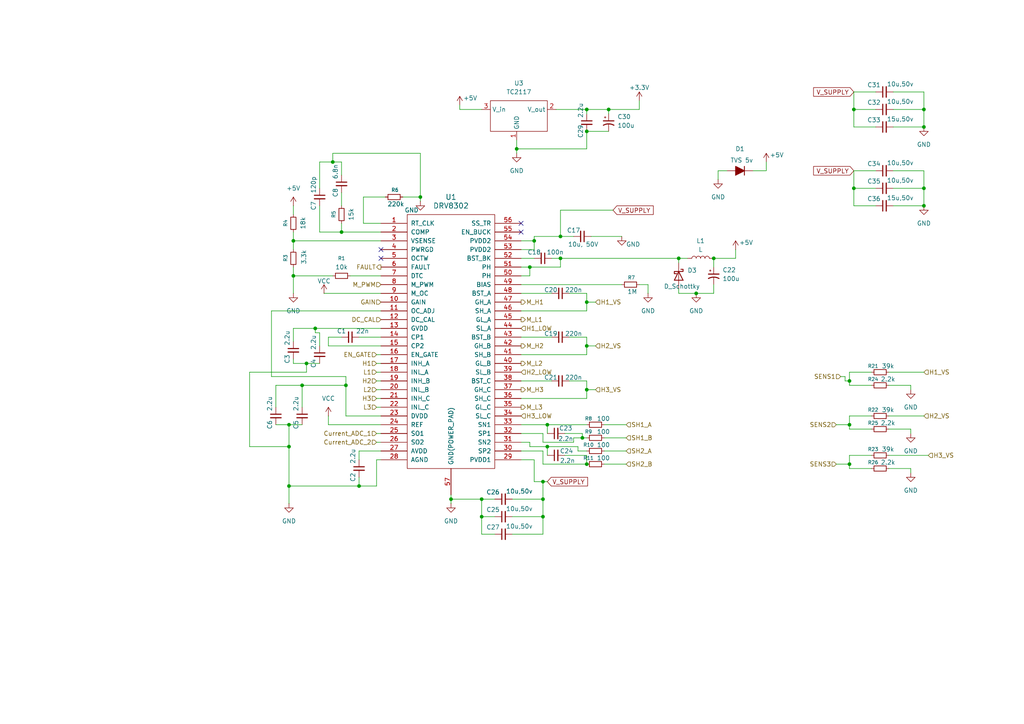
<source format=kicad_sch>
(kicad_sch (version 20250114) (generator "eeschema") (generator_version "9.0")
  (paper "A4")
  (lib_symbols
    (symbol "Device:C_Polarized_Small_US" (pin_numbers (hide yes)) (pin_names (offset 0.254) (hide yes))
      (property "Reference" "C" (at 0.254 1.778 0))
      (property "Value" "C_Polarized_Small_US" (at 0.254 -2.032 0))
      (symbol "C_Polarized_Small_US_0_1"
        (polyline (pts (xy -1.524 0.508) (xy 1.524 0.508)) (stroke (width 0.3048)))
        (polyline (pts (xy -1.27 1.524) (xy -0.762 1.524)))
        (polyline (pts (xy -1.016 1.27) (xy -1.016 1.778)))
        (arc (start -1.524 -0.762) (mid 0 -0.3734) (end 1.524 -0.762) (stroke (width 0.3048)))
      )
      (symbol "C_Polarized_Small_US_1_1"
        (pin passive line (at 0 2.54 270) (length 2.032) (name "~") (number "1"))
        (pin passive line (at 0 -2.54 90) (length 2.032) (name "~") (number "2"))
      )
    )
    (symbol "Device:C_Small" (pin_numbers (hide yes)) (pin_names (offset 0.254) (hide yes))
      (property "Reference" "C" (at 0.254 1.778 0))
      (property "Value" "C_Small" (at 0.254 -2.032 0))
      (symbol "C_Small_0_1"
        (polyline (pts (xy -1.524 0.508) (xy 1.524 0.508)) (stroke (width 0.3048)))
        (polyline (pts (xy -1.524 -0.508) (xy 1.524 -0.508)) (stroke (width 0.3302)))
      )
      (symbol "C_Small_1_1"
        (pin passive line (at 0 2.54 270) (length 2.032) (name "~") (number "1"))
        (pin passive line (at 0 -2.54 90) (length 2.032) (name "~") (number "2"))
      )
    )
    (symbol "Device:D_Filled" (pin_numbers (hide yes)) (pin_names (offset 1.016) (hide yes))
      (property "Reference" "D" (at 0 2.54 0))
      (property "Value" "D_Filled" (at 0 -2.54 0))
      (symbol "D_Filled_0_1"
        (polyline (pts (xy -1.27 1.27) (xy -1.27 -1.27)) (stroke (width 0.254)))
        (polyline (pts (xy 1.27 1.27) (xy 1.27 -1.27) (xy -1.27 0) (xy 1.27 1.27)) (stroke (width 0.254)) (fill (type outline)))
        (polyline (pts (xy 1.27 0) (xy -1.27 0)))
      )
      (symbol "D_Filled_1_1"
        (pin passive line (at -3.81 0 0) (length 2.54) (name "K") (number "1"))
        (pin passive line (at 3.81 0 180) (length 2.54) (name "A") (number "2"))
      )
    )
    (symbol "Device:D_Schottky" (pin_numbers (hide yes)) (pin_names (offset 1.016) (hide yes))
      (property "Reference" "D" (at 0 2.54 0))
      (property "Value" "D_Schottky" (at 0 -2.54 0))
      (symbol "D_Schottky_0_1"
        (polyline (pts (xy -1.905 0.635) (xy -1.905 1.27) (xy -1.27 1.27) (xy -1.27 -1.27) (xy -0.635 -1.27) (xy -0.635 -0.635)) (stroke (width 0.254)))
        (polyline (pts (xy 1.27 1.27) (xy 1.27 -1.27) (xy -1.27 0) (xy 1.27 1.27)) (stroke (width 0.254)))
        (polyline (pts (xy 1.27 0) (xy -1.27 0)))
      )
      (symbol "D_Schottky_1_1"
        (pin passive line (at -3.81 0 0) (length 2.54) (name "K") (number "1"))
        (pin passive line (at 3.81 0 180) (length 2.54) (name "A") (number "2"))
      )
    )
    (symbol "Device:L" (pin_numbers (hide yes)) (pin_names (offset 1.016) (hide yes))
      (property "Reference" "L" (at -1.27 0 90))
      (property "Value" "L" (at 1.905 0 90))
      (symbol "L_0_1"
        (arc (start 0 2.54) (mid 0.6323 1.905) (end 0 1.27))
        (arc (start 0 1.27) (mid 0.6323 0.635) (end 0 0))
        (arc (start 0 0) (mid 0.6323 -0.635) (end 0 -1.27))
        (arc (start 0 -1.27) (mid 0.6323 -1.905) (end 0 -2.54))
      )
      (symbol "L_1_1"
        (pin passive line (at 0 3.81 270) (length 1.27) (name "1") (number "1"))
        (pin passive line (at 0 -3.81 90) (length 1.27) (name "2") (number "2"))
      )
    )
    (symbol "Device:R_Small" (pin_numbers (hide yes)) (pin_names (offset 0.254) (hide yes))
      (property "Reference" "R" (at 0 0 90))
      (property "Value" "R_Small" (at 1.778 0 90))
      (symbol "R_Small_0_1"
        (rectangle (start -0.762 1.778) (end 0.762 -1.778) (stroke (width 0.2032)))
      )
      (symbol "R_Small_1_1"
        (pin passive line (at 0 2.54 270) (length 0.762) (name "~") (number "1"))
        (pin passive line (at 0 -2.54 90) (length 0.762) (name "~") (number "2"))
      )
    )
    (symbol "crf_1:DRV8302" (pin_names (offset 1.016))
      (property "Reference" "U" (at 0 38.1 0))
      (property "Value" "DRV8302" (at 7.62 -39.37 0))
      (symbol "DRV8302_0_1"
        (rectangle (start 12.7 -36.83) (end -12.7 36.83))
      )
      (symbol "DRV8302_1_0"
        (pin passive line (at 20.32 21.59 180) (length 7.62) (name "PH") (number "51"))
      )
      (symbol "DRV8302_1_1"
        (pin input line (at -20.32 34.29 0) (length 7.62) (name "RT_CLK") (number "1"))
        (pin output line (at -20.32 31.75 0) (length 7.62) (name "COMP") (number "2"))
        (pin input line (at -20.32 29.21 0) (length 7.62) (name "VSENSE") (number "3"))
        (pin input line (at -20.32 26.67 0) (length 7.62) (name "PWRGD") (number "4"))
        (pin output line (at -20.32 24.13 0) (length 7.62) (name "OCTW") (number "5"))
        (pin output line (at -20.32 21.59 0) (length 7.62) (name "FAULT") (number "6"))
        (pin input line (at -20.32 19.05 0) (length 7.62) (name "DTC") (number "7"))
        (pin input line (at -20.32 16.51 0) (length 7.62) (name "M_PWM") (number "8"))
        (pin input line (at -20.32 13.97 0) (length 7.62) (name "M_OC") (number "9"))
        (pin input line (at -20.32 11.43 0) (length 7.62) (name "GAIN") (number "10"))
        (pin input line (at -20.32 8.89 0) (length 7.62) (name "OC_ADJ") (number "11"))
        (pin input line (at -20.32 6.35 0) (length 7.62) (name "DC_CAL") (number "12"))
        (pin power_out line (at -20.32 3.81 0) (length 7.62) (name "GVDD") (number "13"))
        (pin power_out line (at -20.32 1.27 0) (length 7.62) (name "CP1") (number "14"))
        (pin power_out line (at -20.32 -1.27 0) (length 7.62) (name "CP2") (number "15"))
        (pin input line (at -20.32 -3.81 0) (length 7.62) (name "EN_GATE") (number "16"))
        (pin input line (at -20.32 -6.35 0) (length 7.62) (name "INH_A") (number "17"))
        (pin input line (at -20.32 -8.89 0) (length 7.62) (name "INL_A") (number "18"))
        (pin input line (at -20.32 -11.43 0) (length 7.62) (name "INH_B") (number "19"))
        (pin input line (at -20.32 -13.97 0) (length 7.62) (name "INL_B") (number "20"))
        (pin input line (at -20.32 -16.51 0) (length 7.62) (name "INH_C") (number "21"))
        (pin input line (at -20.32 -19.05 0) (length 7.62) (name "INL_C") (number "22"))
        (pin power_out line (at -20.32 -21.59 0) (length 7.62) (name "DVDD") (number "23"))
        (pin input line (at -20.32 -24.13 0) (length 7.62) (name "REF") (number "24"))
        (pin output line (at -20.32 -26.67 0) (length 7.62) (name "SO1") (number "25"))
        (pin output line (at -20.32 -29.21 0) (length 7.62) (name "SO2") (number "26"))
        (pin power_out line (at -20.32 -31.75 0) (length 7.62) (name "AVDD") (number "27"))
        (pin power_in line (at -20.32 -34.29 0) (length 7.62) (name "AGND") (number "28"))
        (pin power_in line (at 0 -44.45 90) (length 7.62) (name "GND(POWER_PAD)") (number "57"))
        (pin input line (at 20.32 34.29 180) (length 7.62) (name "SS_TR") (number "56"))
        (pin input line (at 20.32 31.75 180) (length 7.62) (name "EN_BUCK") (number "55"))
        (pin power_in line (at 20.32 29.21 180) (length 7.62) (name "PVDD2") (number "54"))
        (pin power_in line (at 20.32 26.67 180) (length 7.62) (name "PVDD2") (number "53"))
        (pin power_out line (at 20.32 24.13 180) (length 7.62) (name "BST_BK") (number "52"))
        (pin output line (at 20.32 19.05 180) (length 7.62) (name "PH") (number "50"))
        (pin input line (at 20.32 16.51 180) (length 7.62) (name "BIAS") (number "49"))
        (pin power_out line (at 20.32 13.97 180) (length 7.62) (name "BST_A") (number "48"))
        (pin output line (at 20.32 11.43 180) (length 7.62) (name "GH_A") (number "47"))
        (pin input line (at 20.32 8.89 180) (length 7.62) (name "SH_A") (number "46"))
        (pin output line (at 20.32 6.35 180) (length 7.62) (name "GL_A") (number "45"))
        (pin input line (at 20.32 3.81 180) (length 7.62) (name "SL_A") (number "44"))
        (pin power_out line (at 20.32 1.27 180) (length 7.62) (name "BST_B") (number "43"))
        (pin output line (at 20.32 -1.27 180) (length 7.62) (name "GH_B") (number "42"))
        (pin input line (at 20.32 -3.81 180) (length 7.62) (name "SH_B") (number "41"))
        (pin output line (at 20.32 -6.35 180) (length 7.62) (name "GL_B") (number "40"))
        (pin input line (at 20.32 -8.89 180) (length 7.62) (name "SL_B") (number "39"))
        (pin power_out line (at 20.32 -11.43 180) (length 7.62) (name "BST_C") (number "38"))
        (pin output line (at 20.32 -13.97 180) (length 7.62) (name "GH_C") (number "37"))
        (pin input line (at 20.32 -16.51 180) (length 7.62) (name "SH_C") (number "36"))
        (pin output line (at 20.32 -19.05 180) (length 7.62) (name "GL_C") (number "35"))
        (pin input line (at 20.32 -21.59 180) (length 7.62) (name "SL_C") (number "34"))
        (pin input line (at 20.32 -24.13 180) (length 7.62) (name "SN1") (number "33"))
        (pin input line (at 20.32 -26.67 180) (length 7.62) (name "SP1") (number "32"))
        (pin input line (at 20.32 -29.21 180) (length 7.62) (name "SN2") (number "31"))
        (pin input line (at 20.32 -31.75 180) (length 7.62) (name "SP2") (number "30"))
        (pin power_in line (at 20.32 -34.29 180) (length 7.62) (name "PVDD1") (number "29"))
      )
    )
    (symbol "my_library:TC2117"
      (property "Reference" "U" (at 4.572 3.81 0))
      (property "Value" "TC2117" (at 4.318 1.524 0))
      (symbol "TC2117_1_1"
        (rectangle (start -3.81 2.54) (end 12.7 -6.35))
        (pin input line (at -6.35 0 0) (length 2.54) (name "V_in") (number "3"))
        (pin input line (at 3.81 -8.89 90) (length 2.54) (name "GND") (number "1"))
        (pin output line (at 15.24 0 180) (length 2.54) (name "V_out") (number "2"))
      )
    )
    (symbol "power:+3.3V" (power) (pin_numbers (hide yes)) (pin_names (offset 0) (hide yes))
      (property "Value" "+3.3V" (at 0 3.556 0))
      (symbol "+3.3V_0_1"
        (polyline (pts (xy -0.762 1.27) (xy 0 2.54)))
        (polyline (pts (xy 0 2.54) (xy 0.762 1.27)))
        (polyline (pts (xy 0 0) (xy 0 2.54)))
      )
      (symbol "+3.3V_1_1"
        (pin power_in line (at 0 0 90) (length 0) (name "~") (number "1"))
      )
    )
    (symbol "power:+5V" (power) (pin_numbers (hide yes)) (pin_names (offset 0) (hide yes))
      (property "Value" "+5V" (at 0 3.556 0))
      (symbol "+5V_0_1"
        (polyline (pts (xy -0.762 1.27) (xy 0 2.54)))
        (polyline (pts (xy 0 2.54) (xy 0.762 1.27)))
        (polyline (pts (xy 0 0) (xy 0 2.54)))
      )
      (symbol "+5V_1_1"
        (pin power_in line (at 0 0 90) (length 0) (name "~") (number "1"))
      )
    )
    (symbol "power:GND" (power) (pin_numbers (hide yes)) (pin_names (offset 0) (hide yes))
      (property "Value" "GND" (at 0 -3.81 0))
      (symbol "GND_0_1"
        (polyline (pts (xy 0 0) (xy 0 -1.27) (xy 1.27 -1.27) (xy 0 -2.54) (xy -1.27 -1.27) (xy 0 -1.27)))
      )
      (symbol "GND_1_1"
        (pin power_in line (at 0 0 270) (length 0) (name "~") (number "1"))
      )
    )
    (symbol "power:VCC" (power) (pin_numbers (hide yes)) (pin_names (offset 0) (hide yes))
      (property "Value" "VCC" (at 0 3.556 0))
      (symbol "VCC_0_1"
        (polyline (pts (xy -0.762 1.27) (xy 0 2.54)))
        (polyline (pts (xy 0 2.54) (xy 0.762 1.27)))
        (polyline (pts (xy 0 0) (xy 0 2.54)))
      )
      (symbol "VCC_1_1"
        (pin power_in line (at 0 0 90) (length 0) (name "~") (number "1"))
      )
    )
  )
  (junction (at 267.97 31.75))
  (junction (at 247.65 31.75))
  (junction (at 162.56 68.58))
  (junction (at 85.09 69.85))
  (junction (at 157.48 144.78))
  (junction (at 158.75 129.54))
  (junction (at 170.18 113.03))
  (junction (at 153.67 77.47))
  (junction (at 130.81 144.78))
  (junction (at 83.82 129.54))
  (junction (at 176.53 31.75))
  (junction (at 246.38 134.62))
  (junction (at 196.85 74.93))
  (junction (at 104.14 140.97))
  (junction (at 170.18 87.63))
  (junction (at 267.97 59.69))
  (junction (at 170.18 31.75))
  (junction (at 139.7 144.78))
  (junction (at 170.18 134.62))
  (junction (at 246.38 123.19))
  (junction (at 247.65 54.61))
  (junction (at 88.9 105.41))
  (junction (at 201.93 85.09))
  (junction (at 83.82 123.19))
  (junction (at 121.92 57.15))
  (junction (at 157.48 139.7))
  (junction (at 170.18 38.1))
  (junction (at 83.82 140.97))
  (junction (at 162.56 74.93))
  (junction (at 267.97 36.83))
  (junction (at 139.7 149.86))
  (junction (at 158.75 123.19))
  (junction (at 91.44 95.25))
  (junction (at 100.33 111.76))
  (junction (at 96.52 46.99))
  (junction (at 154.94 69.85))
  (junction (at 170.18 100.33))
  (junction (at 157.48 149.86))
  (junction (at 246.38 110.49))
  (junction (at 87.63 111.76))
  (junction (at 99.06 67.31))
  (junction (at 207.01 74.93))
  (junction (at 267.97 54.61))
  (junction (at 168.91 127))
  (junction (at 85.09 80.01))
  (junction (at 149.86 43.18))
  (no_connect (at 151.13 64.77))
  (no_connect (at 110.49 72.39))
  (no_connect (at 151.13 67.31))
  (no_connect (at 110.49 74.93))
  (wire (pts (xy 168.91 127) (xy 166.37 127)))
  (wire (pts (xy 149.86 43.18) (xy 170.18 43.18)))
  (wire (pts (xy 78.74 90.17) (xy 110.49 90.17)))
  (wire (pts (xy 143.51 149.86) (xy 139.7 149.86)))
  (wire (pts (xy 83.82 140.97) (xy 104.14 140.97)))
  (wire (pts (xy 185.42 31.75) (xy 176.53 31.75)))
  (wire (pts (xy 242.57 134.62) (xy 246.38 134.62)))
  (wire (pts (xy 176.53 31.75) (xy 170.18 31.75)))
  (wire (pts (xy 246.38 124.46) (xy 252.73 124.46)))
  (wire (pts (xy 104.14 138.43) (xy 104.14 140.97)))
  (wire (pts (xy 257.81 120.65) (xy 267.97 120.65)))
  (wire (pts (xy 85.09 69.85) (xy 110.49 69.85)))
  (wire (pts (xy 139.7 149.86) (xy 139.7 144.78)))
  (wire (pts (xy 207.01 82.55) (xy 207.01 85.09)))
  (wire (pts (xy 246.38 134.62) (xy 246.38 135.89)))
  (wire (pts (xy 176.53 33.02) (xy 176.53 31.75)))
  (wire (pts (xy 153.67 128.27) (xy 151.13 128.27)))
  (wire (pts (xy 243.84 109.22) (xy 245.11 109.22)))
  (wire (pts (xy 96.52 80.01) (xy 85.09 80.01)))
  (wire (pts (xy 254 26.67) (xy 247.65 26.67)))
  (wire (pts (xy 157.48 128.27) (xy 157.48 125.73)))
  (wire (pts (xy 151.13 133.35) (xy 154.94 133.35)))
  (wire (pts (xy 154.94 68.58) (xy 162.56 68.58)))
  (wire (pts (xy 259.08 49.53) (xy 267.97 49.53)))
  (wire (pts (xy 85.09 95.25) (xy 85.09 99.06)))
  (wire (pts (xy 247.65 59.69) (xy 247.65 54.61)))
  (wire (pts (xy 170.18 127) (xy 168.91 127)))
  (wire (pts (xy 170.18 102.87) (xy 170.18 100.33)))
  (wire (pts (xy 154.94 133.35) (xy 154.94 139.7)))
  (wire (pts (xy 247.65 26.67) (xy 247.65 31.75)))
  (wire (pts (xy 104.14 130.81) (xy 110.49 130.81)))
  (wire (pts (xy 247.65 31.75) (xy 254 31.75)))
  (wire (pts (xy 213.36 72.39) (xy 213.36 74.93)))
  (wire (pts (xy 121.92 44.45) (xy 121.92 57.15)))
  (wire (pts (xy 110.49 105.41) (xy 109.22 105.41)))
  (wire (pts (xy 170.18 31.75) (xy 170.18 33.02)))
  (wire (pts (xy 110.49 113.03) (xy 109.22 113.03)))
  (wire (pts (xy 148.59 144.78) (xy 157.48 144.78)))
  (wire (pts (xy 151.13 69.85) (xy 154.94 69.85)))
  (wire (pts (xy 110.49 107.95) (xy 109.22 107.95)))
  (wire (pts (xy 267.97 26.67) (xy 267.97 31.75)))
  (wire (pts (xy 99.06 55.88) (xy 99.06 59.69)))
  (wire (pts (xy 170.18 38.1) (xy 176.53 38.1)))
  (wire (pts (xy 162.56 60.96) (xy 162.56 68.58)))
  (wire (pts (xy 96.52 46.99) (xy 92.71 46.99)))
  (wire (pts (xy 158.75 129.54) (xy 153.67 129.54)))
  (wire (pts (xy 95.25 123.19) (xy 95.25 120.65)))
  (wire (pts (xy 170.18 90.17) (xy 170.18 87.63)))
  (wire (pts (xy 161.29 31.75) (xy 170.18 31.75)))
  (wire (pts (xy 151.13 82.55) (xy 180.34 82.55)))
  (wire (pts (xy 99.06 67.31) (xy 110.49 67.31)))
  (wire (pts (xy 139.7 154.94) (xy 139.7 149.86)))
  (wire (pts (xy 88.9 105.41) (xy 88.9 107.95)))
  (wire (pts (xy 80.01 111.76) (xy 80.01 118.11)))
  (wire (pts (xy 95.25 123.19) (xy 110.49 123.19)))
  (wire (pts (xy 187.96 82.55) (xy 187.96 85.09)))
  (wire (pts (xy 110.49 64.77) (xy 105.41 64.77)))
  (wire (pts (xy 171.45 68.58) (xy 180.34 68.58)))
  (wire (pts (xy 267.97 31.75) (xy 259.08 31.75)))
  (wire (pts (xy 153.67 129.54) (xy 153.67 128.27)))
  (wire (pts (xy 162.56 68.58) (xy 166.37 68.58)))
  (wire (pts (xy 83.82 129.54) (xy 83.82 140.97)))
  (wire (pts (xy 157.48 149.86) (xy 157.48 144.78)))
  (wire (pts (xy 87.63 111.76) (xy 80.01 111.76)))
  (wire (pts (xy 167.64 130.81) (xy 167.64 129.54)))
  (wire (pts (xy 254 36.83) (xy 247.65 36.83)))
  (wire (pts (xy 85.09 104.14) (xy 85.09 105.41)))
  (wire (pts (xy 267.97 36.83) (xy 267.97 31.75)))
  (wire (pts (xy 149.86 43.18) (xy 149.86 44.45)))
  (wire (pts (xy 104.14 97.79) (xy 110.49 97.79)))
  (wire (pts (xy 246.38 135.89) (xy 252.73 135.89)))
  (wire (pts (xy 170.18 134.62) (xy 157.48 134.62)))
  (wire (pts (xy 83.82 123.19) (xy 87.63 123.19)))
  (wire (pts (xy 267.97 54.61) (xy 259.08 54.61)))
  (wire (pts (xy 208.28 49.53) (xy 208.28 52.07)))
  (wire (pts (xy 175.26 134.62) (xy 181.61 134.62)))
  (wire (pts (xy 247.65 36.83) (xy 247.65 31.75)))
  (wire (pts (xy 133.35 31.75) (xy 133.35 30.48)))
  (wire (pts (xy 257.81 135.89) (xy 264.16 135.89)))
  (wire (pts (xy 170.18 38.1) (xy 170.18 43.18)))
  (wire (pts (xy 85.09 59.69) (xy 85.09 62.23)))
  (wire (pts (xy 99.06 64.77) (xy 99.06 67.31)))
  (wire (pts (xy 101.6 80.01) (xy 110.49 80.01)))
  (wire (pts (xy 93.98 85.09) (xy 110.49 85.09)))
  (wire (pts (xy 110.49 120.65) (xy 100.33 120.65)))
  (wire (pts (xy 85.09 69.85) (xy 85.09 72.39)))
  (wire (pts (xy 78.74 90.17) (xy 78.74 109.22)))
  (wire (pts (xy 259.08 36.83) (xy 267.97 36.83)))
  (wire (pts (xy 246.38 123.19) (xy 246.38 124.46)))
  (wire (pts (xy 83.82 146.05) (xy 83.82 140.97)))
  (wire (pts (xy 246.38 132.08) (xy 246.38 134.62)))
  (wire (pts (xy 96.52 44.45) (xy 121.92 44.45)))
  (wire (pts (xy 185.42 29.21) (xy 185.42 31.75)))
  (wire (pts (xy 110.49 133.35) (xy 109.22 133.35)))
  (wire (pts (xy 110.49 110.49) (xy 109.22 110.49)))
  (wire (pts (xy 264.16 111.76) (xy 264.16 113.03)))
  (wire (pts (xy 95.25 100.33) (xy 95.25 97.79)))
  (wire (pts (xy 170.18 130.81) (xy 167.64 130.81)))
  (wire (pts (xy 92.71 67.31) (xy 99.06 67.31)))
  (wire (pts (xy 96.52 46.99) (xy 96.52 44.45)))
  (wire (pts (xy 154.94 69.85) (xy 154.94 68.58)))
  (wire (pts (xy 148.59 149.86) (xy 157.48 149.86)))
  (wire (pts (xy 88.9 107.95) (xy 72.39 107.95)))
  (wire (pts (xy 163.83 132.08) (xy 170.18 132.08)))
  (wire (pts (xy 170.18 100.33) (xy 170.18 97.79)))
  (wire (pts (xy 175.26 130.81) (xy 181.61 130.81)))
  (wire (pts (xy 157.48 154.94) (xy 157.48 149.86)))
  (wire (pts (xy 99.06 46.99) (xy 96.52 46.99)))
  (wire (pts (xy 83.82 123.19) (xy 80.01 123.19)))
  (wire (pts (xy 246.38 107.95) (xy 246.38 110.49)))
  (wire (pts (xy 267.97 49.53) (xy 267.97 54.61)))
  (wire (pts (xy 170.18 115.57) (xy 170.18 113.03)))
  (wire (pts (xy 148.59 154.94) (xy 157.48 154.94)))
  (wire (pts (xy 99.06 46.99) (xy 99.06 50.8)))
  (wire (pts (xy 149.86 40.64) (xy 149.86 43.18)))
  (wire (pts (xy 162.56 74.93) (xy 196.85 74.93)))
  (wire (pts (xy 87.63 111.76) (xy 87.63 118.11)))
  (wire (pts (xy 177.8 60.96) (xy 162.56 60.96)))
  (wire (pts (xy 154.94 139.7) (xy 157.48 139.7)))
  (wire (pts (xy 166.37 127) (xy 166.37 128.27)))
  (wire (pts (xy 170.18 100.33) (xy 172.72 100.33)))
  (wire (pts (xy 168.91 127) (xy 168.91 125.73)))
  (wire (pts (xy 247.65 49.53) (xy 247.65 54.61)))
  (wire (pts (xy 151.13 85.09) (xy 160.02 85.09)))
  (wire (pts (xy 207.01 74.93) (xy 213.36 74.93)))
  (wire (pts (xy 170.18 132.08) (xy 170.18 134.62)))
  (wire (pts (xy 151.13 77.47) (xy 153.67 77.47)))
  (wire (pts (xy 151.13 123.19) (xy 158.75 123.19)))
  (wire (pts (xy 85.09 77.47) (xy 85.09 80.01)))
  (wire (pts (xy 88.9 105.41) (xy 92.71 105.41)))
  (wire (pts (xy 110.49 115.57) (xy 109.22 115.57)))
  (wire (pts (xy 269.24 132.08) (xy 257.81 132.08)))
  (wire (pts (xy 196.85 74.93) (xy 196.85 76.2)))
  (wire (pts (xy 158.75 123.19) (xy 170.18 123.19)))
  (wire (pts (xy 116.84 57.15) (xy 121.92 57.15)))
  (wire (pts (xy 109.22 140.97) (xy 104.14 140.97)))
  (wire (pts (xy 130.81 143.51) (xy 130.81 144.78)))
  (wire (pts (xy 166.37 128.27) (xy 157.48 128.27)))
  (wire (pts (xy 151.13 74.93) (xy 154.94 74.93)))
  (wire (pts (xy 245.11 109.22) (xy 245.11 110.49)))
  (wire (pts (xy 196.85 85.09) (xy 196.85 83.82)))
  (wire (pts (xy 259.08 26.67) (xy 267.97 26.67)))
  (wire (pts (xy 158.75 129.54) (xy 158.75 132.08)))
  (wire (pts (xy 78.74 109.22) (xy 100.33 109.22)))
  (wire (pts (xy 207.01 77.47) (xy 207.01 74.93)))
  (wire (pts (xy 139.7 144.78) (xy 143.51 144.78)))
  (wire (pts (xy 157.48 125.73) (xy 151.13 125.73)))
  (wire (pts (xy 170.18 87.63) (xy 170.18 85.09)))
  (wire (pts (xy 72.39 107.95) (xy 72.39 129.54)))
  (wire (pts (xy 91.44 95.25) (xy 91.44 96.52)))
  (wire (pts (xy 85.09 80.01) (xy 85.09 85.09)))
  (wire (pts (xy 151.13 102.87) (xy 170.18 102.87)))
  (wire (pts (xy 121.92 57.15) (xy 121.92 58.42)))
  (wire (pts (xy 130.81 144.78) (xy 139.7 144.78)))
  (wire (pts (xy 157.48 134.62) (xy 157.48 130.81)))
  (wire (pts (xy 105.41 57.15) (xy 111.76 57.15)))
  (wire (pts (xy 100.33 109.22) (xy 100.33 111.76)))
  (wire (pts (xy 264.16 124.46) (xy 264.16 125.73)))
  (wire (pts (xy 110.49 102.87) (xy 109.22 102.87)))
  (wire (pts (xy 247.65 54.61) (xy 254 54.61)))
  (wire (pts (xy 201.93 85.09) (xy 207.01 85.09)))
  (wire (pts (xy 257.81 124.46) (xy 264.16 124.46)))
  (wire (pts (xy 92.71 59.69) (xy 92.71 67.31)))
  (wire (pts (xy 104.14 133.35) (xy 104.14 130.81)))
  (wire (pts (xy 170.18 113.03) (xy 172.72 113.03)))
  (wire (pts (xy 257.81 107.95) (xy 267.97 107.95)))
  (wire (pts (xy 259.08 59.69) (xy 267.97 59.69)))
  (wire (pts (xy 170.18 97.79) (xy 165.1 97.79)))
  (wire (pts (xy 72.39 129.54) (xy 83.82 129.54)))
  (wire (pts (xy 254 59.69) (xy 247.65 59.69)))
  (wire (pts (xy 167.64 129.54) (xy 158.75 129.54)))
  (wire (pts (xy 158.75 123.19) (xy 158.75 125.73)))
  (wire (pts (xy 246.38 120.65) (xy 246.38 123.19)))
  (wire (pts (xy 130.81 144.78) (xy 130.81 146.05)))
  (wire (pts (xy 139.7 31.75) (xy 133.35 31.75)))
  (wire (pts (xy 85.09 105.41) (xy 88.9 105.41)))
  (wire (pts (xy 109.22 133.35) (xy 109.22 140.97)))
  (wire (pts (xy 175.26 123.19) (xy 181.61 123.19)))
  (wire (pts (xy 85.09 67.31) (xy 85.09 69.85)))
  (wire (pts (xy 92.71 46.99) (xy 92.71 54.61)))
  (wire (pts (xy 95.25 100.33) (xy 110.49 100.33)))
  (wire (pts (xy 154.94 72.39) (xy 154.94 69.85)))
  (wire (pts (xy 252.73 107.95) (xy 246.38 107.95)))
  (wire (pts (xy 168.91 125.73) (xy 163.83 125.73)))
  (wire (pts (xy 246.38 110.49) (xy 246.38 111.76)))
  (wire (pts (xy 151.13 80.01) (xy 153.67 80.01)))
  (wire (pts (xy 246.38 111.76) (xy 252.73 111.76)))
  (wire (pts (xy 162.56 77.47) (xy 162.56 74.93)))
  (wire (pts (xy 175.26 127) (xy 181.61 127)))
  (wire (pts (xy 170.18 110.49) (xy 165.1 110.49)))
  (wire (pts (xy 91.44 96.52) (xy 92.71 96.52)))
  (wire (pts (xy 151.13 97.79) (xy 160.02 97.79)))
  (wire (pts (xy 245.11 110.49) (xy 246.38 110.49)))
  (wire (pts (xy 157.48 130.81) (xy 151.13 130.81)))
  (wire (pts (xy 264.16 135.89) (xy 264.16 137.16)))
  (wire (pts (xy 210.82 49.53) (xy 208.28 49.53)))
  (wire (pts (xy 170.18 87.63) (xy 172.72 87.63)))
  (wire (pts (xy 254 49.53) (xy 247.65 49.53)))
  (wire (pts (xy 85.09 95.25) (xy 91.44 95.25)))
  (wire (pts (xy 157.48 144.78) (xy 157.48 139.7)))
  (wire (pts (xy 196.85 74.93) (xy 199.39 74.93)))
  (wire (pts (xy 153.67 80.01) (xy 153.67 77.47)))
  (wire (pts (xy 151.13 115.57) (xy 170.18 115.57)))
  (wire (pts (xy 267.97 59.69) (xy 267.97 54.61)))
  (wire (pts (xy 252.73 120.65) (xy 246.38 120.65)))
  (wire (pts (xy 157.48 139.7) (xy 158.75 139.7)))
  (wire (pts (xy 151.13 90.17) (xy 170.18 90.17)))
  (wire (pts (xy 160.02 74.93) (xy 162.56 74.93)))
  (wire (pts (xy 151.13 110.49) (xy 160.02 110.49)))
  (wire (pts (xy 92.71 96.52) (xy 92.71 100.33)))
  (wire (pts (xy 242.57 123.19) (xy 246.38 123.19)))
  (wire (pts (xy 143.51 154.94) (xy 139.7 154.94)))
  (wire (pts (xy 170.18 85.09) (xy 165.1 85.09)))
  (wire (pts (xy 170.18 113.03) (xy 170.18 110.49)))
  (wire (pts (xy 151.13 72.39) (xy 154.94 72.39)))
  (wire (pts (xy 110.49 118.11) (xy 109.22 118.11)))
  (wire (pts (xy 83.82 123.19) (xy 83.82 129.54)))
  (wire (pts (xy 218.44 49.53) (xy 222.25 49.53)))
  (wire (pts (xy 110.49 125.73) (xy 109.22 125.73)))
  (wire (pts (xy 100.33 120.65) (xy 100.33 111.76)))
  (wire (pts (xy 110.49 128.27) (xy 109.22 128.27)))
  (wire (pts (xy 252.73 132.08) (xy 246.38 132.08)))
  (wire (pts (xy 222.25 46.99) (xy 222.25 49.53)))
  (wire (pts (xy 99.06 97.79) (xy 95.25 97.79)))
  (wire (pts (xy 187.96 82.55) (xy 185.42 82.55)))
  (wire (pts (xy 110.49 95.25) (xy 91.44 95.25)))
  (wire (pts (xy 257.81 111.76) (xy 264.16 111.76)))
  (wire (pts (xy 105.41 64.77) (xy 105.41 57.15)))
  (wire (pts (xy 100.33 111.76) (xy 87.63 111.76)))
  (wire (pts (xy 153.67 77.47) (xy 162.56 77.47)))
  (wire (pts (xy 196.85 85.09) (xy 201.93 85.09)))
  (global_label "V_SUPPLY" (shape input) (at 177.8 60.96 0) (property "Intersheetrefs" "${INTERSHEET_REFS}" (effects (hide yes))))
  (global_label "V_SUPPLY" (shape input) (at 247.65 49.53 180) (property "Intersheetrefs" "${INTERSHEET_REFS}" (effects (hide yes))))
  (global_label "V_SUPPLY" (shape input) (at 247.65 26.67 180) (property "Intersheetrefs" "${INTERSHEET_REFS}" (effects (hide yes))))
  (global_label "V_SUPPLY" (shape input) (at 158.75 139.7 0) (property "Intersheetrefs" "${INTERSHEET_REFS}" (effects (hide yes))))
  (hierarchical_label "GAIN" (shape input) (at 110.49 87.63 180))
  (hierarchical_label "H1_VS" (shape input) (at 172.72 87.63 0))
  (hierarchical_label "M_H2" (shape output) (at 151.13 100.33 0))
  (hierarchical_label "SENS3" (shape input) (at 242.57 134.62 180))
  (hierarchical_label "H2_LOW" (shape input) (at 151.13 107.95 0))
  (hierarchical_label "H2" (shape input) (at 109.22 110.49 180))
  (hierarchical_label "M_L2" (shape output) (at 151.13 105.41 0))
  (hierarchical_label "H2_VS" (shape input) (at 172.72 100.33 0))
  (hierarchical_label "M_H3" (shape output) (at 151.13 113.03 0))
  (hierarchical_label "H1" (shape input) (at 109.22 105.41 180))
  (hierarchical_label "H2_VS" (shape input) (at 267.97 120.65 0))
  (hierarchical_label "DC_CAL" (shape input) (at 110.49 92.71 180))
  (hierarchical_label "Current_ADC_1" (shape input) (at 109.22 125.73 180))
  (hierarchical_label "L2" (shape input) (at 109.22 113.03 180))
  (hierarchical_label "M_PWM" (shape input) (at 110.49 82.55 180))
  (hierarchical_label "SH1_A" (shape input) (at 181.61 123.19 0))
  (hierarchical_label "SENS2" (shape input) (at 242.57 123.19 180))
  (hierarchical_label "H3_VS" (shape input) (at 172.72 113.03 0))
  (hierarchical_label "FAULT" (shape output) (at 110.49 77.47 180))
  (hierarchical_label "L3" (shape input) (at 109.22 118.11 180))
  (hierarchical_label "H1_LOW" (shape input) (at 151.13 95.25 0))
  (hierarchical_label "SH2_A" (shape input) (at 181.61 130.81 0))
  (hierarchical_label "H3" (shape input) (at 109.22 115.57 180))
  (hierarchical_label "SH1_B" (shape input) (at 181.61 127 0))
  (hierarchical_label "M_L3" (shape output) (at 151.13 118.11 0))
  (hierarchical_label "M_L1" (shape output) (at 151.13 92.71 0))
  (hierarchical_label "H1_VS" (shape input) (at 267.97 107.95 0))
  (hierarchical_label "L1" (shape input) (at 109.22 107.95 180))
  (hierarchical_label "H3_VS" (shape input) (at 269.24 132.08 0))
  (hierarchical_label "H3_LOW" (shape input) (at 151.13 120.65 0))
  (hierarchical_label "SENS1" (shape input) (at 243.84 109.22 180))
  (hierarchical_label "SH2_B" (shape input) (at 181.61 134.62 0))
  (hierarchical_label "Current_ADC_2" (shape input) (at 109.22 128.27 180))
  (hierarchical_label "EN_GATE" (shape input) (at 109.22 102.87 180))
  (hierarchical_label "M_H1" (shape output) (at 151.13 87.63 0))
  (symbol (lib_id "power:GND") (at 267.97 59.69 0) (unit 1)
    (property "Reference" "#PWR035" (effects (hide yes)))
    (property "Value" "GND" (at 267.97 64.77 0))
    (property "Description" "Power symbol creates a global label with name \"GND\" , ground" (effects (hide yes)))
  )
  (symbol (lib_id "power:GND") (at 121.92 58.42 0) (unit 1)
    (property "Reference" "#PWR08" (effects (hide yes)))
    (property "Value" "GND" (at 119.38 60.96 0))
    (property "Description" "Power symbol creates a global label with name \"GND\" , ground" (effects (hide yes)))
  )
  (symbol (lib_id "power:+3.3V") (at 185.42 29.21 0) (unit 1)
    (property "Reference" "#PWR033" (effects (hide yes)))
    (property "Value" "+3.3V" (at 185.42 25.4 0))
  )
  (symbol (lib_id "Device:R_Small") (at 172.72 127 90) (unit 1)
    (property "Reference" "R9" (at 170.688 125.222 90) (effects (font (size 1.016 1.016))))
    (property "Value" "100" (at 175.006 125.222 90))
    (property "Footprint" "CRF1:SMD-0603_r" (effects (hide yes)))
    (property "Description" "Resistor, small symbol" (effects (hide yes)))
  )
  (symbol (lib_id "power:VCC") (at 93.98 85.09 0) (unit 1)
    (property "Reference" "#PWR05" (effects (hide yes)))
    (property "Value" "VCC" (at 93.98 81.534 0))
    (property "Description" "Power symbol creates a global label with name \"VCC\"" (effects (hide yes)))
  )
  (symbol (lib_id "power:GND") (at 201.93 85.09 0) (unit 1)
    (property "Reference" "#PWR011" (effects (hide yes)))
    (property "Value" "GND" (at 201.93 90.17 0))
    (property "Description" "Power symbol creates a global label with name \"GND\" , ground" (effects (hide yes)))
  )
  (symbol (lib_id "Device:C_Small") (at 168.91 68.58 270) (unit 1)
    (property "Reference" "C17" (at 166.37 66.802 90))
    (property "Value" "10u, 50V" (at 169.164 70.866 90))
    (property "Footprint" "CRF1:SMD-1206" (effects (hide yes)))
    (property "Description" "Unpolarized capacitor, small symbol" (effects (hide yes)))
  )
  (symbol (lib_id "power:+5V") (at 85.09 59.69 0) (unit 1)
    (property "Reference" "#PWR07" (effects (hide yes)))
    (property "Value" "+5V" (at 85.09 54.61 0))
    (property "Description" "Power symbol creates a global label with name \"+5V\"" (effects (hide yes)))
  )
  (symbol (lib_id "power:GND") (at 187.96 85.09 0) (unit 1)
    (property "Reference" "#PWR010" (effects (hide yes)))
    (property "Value" "GND" (at 187.96 90.17 0))
    (property "Description" "Power symbol creates a global label with name \"GND\" , ground" (effects (hide yes)))
  )
  (symbol (lib_id "Device:C_Small") (at 161.29 125.73 90) (unit 1)
    (property "Reference" "C23" (at 164.084 124.206 90))
    (property "Value" "2.2n" (at 164.084 127.254 90))
    (property "Footprint" "CRF1:SMD-0603_r" (effects (hide yes)))
    (property "Description" "Unpolarized capacitor, small symbol" (effects (hide yes)))
  )
  (symbol (lib_id "Device:C_Small") (at 161.29 132.08 90) (unit 1)
    (property "Reference" "C24" (at 164.338 130.81 90))
    (property "Value" "2.2n" (at 164.592 133.604 90))
    (property "Footprint" "CRF1:SMD-0603_r" (effects (hide yes)))
    (property "Description" "Unpolarized capacitor, small symbol" (effects (hide yes)))
  )
  (symbol (lib_id "power:GND") (at 85.09 85.09 0) (unit 1)
    (property "Reference" "#PWR06" (effects (hide yes)))
    (property "Value" "GND" (at 85.09 90.17 0))
    (property "Description" "Power symbol creates a global label with name \"GND\" , ground" (effects (hide yes)))
  )
  (symbol (lib_id "power:GND") (at 264.16 113.03 0) (unit 1)
    (property "Reference" "#PWR023" (effects (hide yes)))
    (property "Value" "GND" (at 264.16 118.11 0))
    (property "Description" "Power symbol creates a global label with name \"GND\" , ground" (effects (hide yes)))
  )
  (symbol (lib_id "Device:R_Small") (at 172.72 134.62 90) (unit 1)
    (property "Reference" "R11" (at 170.688 132.842 90) (effects (font (size 1.016 1.016))))
    (property "Value" "100" (at 175.006 132.842 90))
    (property "Footprint" "CRF1:SMD-0603_r" (effects (hide yes)))
    (property "Description" "Resistor, small symbol" (effects (hide yes)))
  )
  (symbol (lib_id "Device:R_Small") (at 85.09 74.93 180) (unit 1)
    (property "Reference" "R3" (at 82.804 75.946 90) (effects (font (size 1.016 1.016)) (justify right)))
    (property "Value" "3.3k" (at 88.138 76.708 90) (effects (justify right)))
    (property "Footprint" "CRF1:SMD-0603_r" (effects (hide yes)))
    (property "Description" "Resistor, small symbol" (effects (hide yes)))
  )
  (symbol (lib_id "Device:C_Small") (at 256.54 49.53 90) (unit 1)
    (property "Reference" "C34" (at 253.492 47.498 90))
    (property "Value" "10u,50v" (at 261.112 47.244 90))
    (property "Footprint" "Capacitor_SMD:C_1206_3216Metric" (effects (hide yes)))
    (property "Description" "Unpolarized capacitor, small symbol" (effects (hide yes)))
  )
  (symbol (lib_id "Device:C_Small") (at 162.56 110.49 270) (unit 1)
    (property "Reference" "C21" (at 159.766 109.474 90))
    (property "Value" "220n" (at 166.37 109.474 90))
    (property "Footprint" "CRF1:SMD-0603_r" (effects (hide yes)))
    (property "Description" "Unpolarized capacitor, small symbol" (effects (hide yes)))
  )
  (symbol (lib_id "Device:R_Small") (at 182.88 82.55 90) (unit 1)
    (property "Reference" "R7" (at 183.134 80.518 90) (effects (font (size 1.016 1.016))))
    (property "Value" "1M" (at 183.388 84.582 90))
    (property "Footprint" "CRF1:SMD-0603_r" (effects (hide yes)))
    (property "Description" "Resistor, small symbol" (effects (hide yes)))
  )
  (symbol (lib_id "Device:R_Small") (at 255.27 132.08 90) (unit 1)
    (property "Reference" "R23" (at 253.238 130.302 90) (effects (font (size 1.016 1.016))))
    (property "Value" "39k" (at 257.556 130.302 90))
    (property "Footprint" "CRF1:SMD-0603_r" (effects (hide yes)))
    (property "Description" "Resistor, small symbol" (effects (hide yes)))
  )
  (symbol (lib_id "Device:C_Small") (at 157.48 74.93 270) (unit 1)
    (property "Reference" "C18" (at 154.94 73.152 90))
    (property "Value" "100n" (at 161.036 73.152 90))
    (property "Footprint" "CRF1:SMD-0603_r" (effects (hide yes)))
    (property "Description" "Unpolarized capacitor, small symbol" (effects (hide yes)))
  )
  (symbol (lib_id "power:GND") (at 208.28 52.07 0) (unit 1)
    (property "Reference" "#PWR036" (effects (hide yes)))
    (property "Value" "GND" (at 208.28 57.15 0))
    (property "Description" "Power symbol creates a global label with name \"GND\" , ground" (effects (hide yes)))
  )
  (symbol (lib_id "power:+5V") (at 222.25 46.99 0) (unit 1)
    (property "Reference" "#PWR037" (effects (hide yes)))
    (property "Value" "+5V" (at 225.298 44.958 0))
    (property "Description" "Power symbol creates a global label with name \"+5V\"" (effects (hide yes)))
  )
  (symbol (lib_id "power:GND") (at 264.16 125.73 0) (unit 1)
    (property "Reference" "#PWR029" (effects (hide yes)))
    (property "Value" "GND" (at 264.16 130.81 0))
    (property "Description" "Power symbol creates a global label with name \"GND\" , ground" (effects (hide yes)))
  )
  (symbol (lib_id "Device:C_Small") (at 162.56 97.79 270) (unit 1)
    (property "Reference" "C19" (at 159.766 96.774 90))
    (property "Value" "220n" (at 166.37 96.774 90))
    (property "Footprint" "CRF1:SMD-0603_r" (effects (hide yes)))
    (property "Description" "Unpolarized capacitor, small symbol" (effects (hide yes)))
  )
  (symbol (lib_id "crf_1:DRV8302") (at 130.81 99.06 0) (unit 1)
    (property "Reference" "U1" (at 130.81 57.15 0) (effects (font (size 1.524 1.524))))
    (property "Value" "DRV8302" (at 130.81 59.69 0) (effects (font (size 1.524 1.524))))
    (property "Footprint" "CRF1:TSSOP-56-PP" (effects (hide yes)))
  )
  (symbol (lib_id "Device:R_Small") (at 99.06 62.23 180) (unit 1)
    (property "Reference" "R5" (at 96.774 63.246 90) (effects (font (size 1.016 1.016)) (justify right)))
    (property "Value" "15k" (at 101.854 64.008 90) (effects (justify right)))
    (property "Footprint" "CRF1:SMD-0603_r" (effects (hide yes)))
    (property "Description" "Resistor, small symbol" (effects (hide yes)))
  )
  (symbol (lib_id "Device:C_Small") (at 87.63 120.65 0) (unit 1)
    (property "Reference" "C5" (at 85.852 123.19 90))
    (property "Value" "2.2u" (at 85.852 117.094 90))
    (property "Footprint" "CRF1:SMD-0603_c" (effects (hide yes)))
    (property "Description" "Unpolarized capacitor, small symbol" (effects (hide yes)))
  )
  (symbol (lib_id "Device:L") (at 203.2 74.93 90) (unit 1)
    (property "Reference" "L1" (at 203.2 69.85 90))
    (property "Value" "L" (at 203.2 72.39 90))
    (property "Footprint" "Inductor_SMD:L_7.3x7.3_H4.5" (effects (hide yes)))
    (property "Description" "Inductor" (effects (hide yes)))
  )
  (symbol (lib_id "Device:C_Small") (at 170.18 35.56 0) (unit 1)
    (property "Reference" "C29" (at 168.402 38.1 90))
    (property "Value" "2.2u" (at 168.402 32.004 90))
    (property "Footprint" "CRF1:SMD-0603_r" (effects (hide yes)))
    (property "Description" "Unpolarized capacitor, small symbol" (effects (hide yes)))
  )
  (symbol (lib_id "power:GND") (at 149.86 44.45 0) (unit 1)
    (property "Reference" "#PWR032" (effects (hide yes)))
    (property "Value" "GND" (at 149.86 49.53 0))
    (property "Description" "Power symbol creates a global label with name \"GND\" , ground" (effects (hide yes)))
  )
  (symbol (lib_id "Device:C_Small") (at 92.71 102.87 0) (unit 1)
    (property "Reference" "C4" (at 90.932 105.41 90))
    (property "Value" "2.2u" (at 90.932 99.314 90))
    (property "Footprint" "CRF1:SMD-0603_r" (effects (hide yes)))
    (property "Description" "Unpolarized capacitor, small symbol" (effects (hide yes)))
  )
  (symbol (lib_id "Device:R_Small") (at 114.3 57.15 90) (unit 1)
    (property "Reference" "R6" (at 114.554 55.118 90) (effects (font (size 1.016 1.016))))
    (property "Value" "220k" (at 114.808 59.182 90))
    (property "Footprint" "CRF1:SMD-0603_r" (effects (hide yes)))
    (property "Description" "Resistor, small symbol" (effects (hide yes)))
  )
  (symbol (lib_id "power:VCC") (at 95.25 120.65 0) (unit 1)
    (property "Reference" "#PWR02" (effects (hide yes)))
    (property "Value" "VCC" (at 95.25 115.57 0))
    (property "Description" "Power symbol creates a global label with name \"VCC\"" (effects (hide yes)))
  )
  (symbol (lib_id "my_library:TC2117") (at 146.05 31.75 0) (unit 1)
    (property "Reference" "U3" (at 150.495 24.13 0))
    (property "Value" "TC2117" (at 150.495 26.67 0))
    (property "Footprint" "CRF1:SOT-223" (effects (hide yes)))
  )
  (symbol (lib_id "Device:R_Small") (at 255.27 107.95 90) (unit 1)
    (property "Reference" "R21" (at 253.238 106.172 90) (effects (font (size 1.016 1.016))))
    (property "Value" "39k" (at 257.556 106.172 90))
    (property "Footprint" "CRF1:SMD-0603_r" (effects (hide yes)))
    (property "Description" "Resistor, small symbol" (effects (hide yes)))
  )
  (symbol (lib_id "Device:C_Small") (at 99.06 53.34 0) (unit 1)
    (property "Reference" "C8" (at 97.282 55.88 90))
    (property "Value" "6.8n" (at 97.282 49.784 90))
    (property "Footprint" "CRF1:SMD-0603_r" (effects (hide yes)))
    (property "Description" "Unpolarized capacitor, small symbol" (effects (hide yes)))
  )
  (symbol (lib_id "Device:R_Small") (at 172.72 123.19 90) (unit 1)
    (property "Reference" "R8" (at 170.688 121.412 90) (effects (font (size 1.016 1.016))))
    (property "Value" "100" (at 175.006 121.412 90))
    (property "Footprint" "CRF1:SMD-0603_r" (effects (hide yes)))
    (property "Description" "Resistor, small symbol" (effects (hide yes)))
  )
  (symbol (lib_id "power:GND") (at 267.97 36.83 0) (unit 1)
    (property "Reference" "#PWR034" (effects (hide yes)))
    (property "Value" "GND" (at 267.97 41.91 0))
    (property "Description" "Power symbol creates a global label with name \"GND\" , ground" (effects (hide yes)))
  )
  (symbol (lib_id "power:GND") (at 130.81 146.05 0) (unit 1)
    (property "Reference" "#PWR01" (effects (hide yes)))
    (property "Value" "GND" (at 130.81 151.13 0))
    (property "Description" "Power symbol creates a global label with name \"GND\" , ground" (effects (hide yes)))
  )
  (symbol (lib_id "power:+5V") (at 133.35 30.48 0) (unit 1)
    (property "Reference" "#PWR031" (effects (hide yes)))
    (property "Value" "+5V" (at 136.398 28.448 0))
    (property "Description" "Power symbol creates a global label with name \"+5V\"" (effects (hide yes)))
  )
  (symbol (lib_id "Device:C_Small") (at 256.54 31.75 90) (unit 1)
    (property "Reference" "C32" (at 253.492 29.718 90))
    (property "Value" "10u,50v" (at 261.112 29.464 90))
    (property "Footprint" "Capacitor_SMD:C_1206_3216Metric" (effects (hide yes)))
    (property "Description" "Unpolarized capacitor, small symbol" (effects (hide yes)))
  )
  (symbol (lib_id "Device:D_Schottky") (at 196.85 80.01 270) (unit 1)
    (property "Reference" "D3" (at 199.39 78.4224 90) (effects (justify left)))
    (property "Value" "D_Schottky" (at 192.532 83.058 90) (effects (justify left)))
    (property "Footprint" "Diode_SMD:D_SMA" (effects (hide yes)))
    (property "Description" "Schottky diode" (effects (hide yes)))
  )
  (symbol (lib_id "Device:C_Small") (at 104.14 135.89 0) (unit 1)
    (property "Reference" "C2" (at 102.362 138.43 90))
    (property "Value" "2.2u" (at 102.362 132.334 90))
    (property "Footprint" "CRF1:SMD-0603_r" (effects (hide yes)))
    (property "Description" "Unpolarized capacitor, small symbol" (effects (hide yes)))
  )
  (symbol (lib_id "Device:C_Small") (at 256.54 54.61 90) (unit 1)
    (property "Reference" "C35" (at 253.492 52.578 90))
    (property "Value" "10u,50v" (at 261.112 52.324 90))
    (property "Footprint" "Capacitor_SMD:C_1206_3216Metric" (effects (hide yes)))
    (property "Description" "Unpolarized capacitor, small symbol" (effects (hide yes)))
  )
  (symbol (lib_id "Device:R_Small") (at 172.72 130.81 90) (unit 1)
    (property "Reference" "R10" (at 170.688 129.032 90) (effects (font (size 1.016 1.016))))
    (property "Value" "100" (at 175.006 129.032 90))
    (property "Footprint" "CRF1:SMD-0603_r" (effects (hide yes)))
    (property "Description" "Resistor, small symbol" (effects (hide yes)))
  )
  (symbol (lib_id "Device:C_Small") (at 146.05 149.86 90) (unit 1)
    (property "Reference" "C25" (at 143.002 147.828 90))
    (property "Value" "10u,50v" (at 150.622 147.574 90))
    (property "Footprint" "Capacitor_SMD:C_1206_3216Metric" (effects (hide yes)))
    (property "Description" "Unpolarized capacitor, small symbol" (effects (hide yes)))
  )
  (symbol (lib_id "Device:C_Small") (at 92.71 57.15 0) (unit 1)
    (property "Reference" "C7" (at 90.932 59.69 90))
    (property "Value" "120p" (at 90.932 53.594 90))
    (property "Footprint" "CRF1:SMD-0603_r" (effects (hide yes)))
    (property "Description" "Unpolarized capacitor, small symbol" (effects (hide yes)))
  )
  (symbol (lib_id "Device:C_Polarized_Small_US") (at 176.53 35.56 0) (unit 1)
    (property "Reference" "C30" (at 179.07 33.8581 0) (effects (justify left)))
    (property "Value" "100u" (at 179.07 36.3981 0) (effects (justify left)))
    (property "Footprint" "Capacitor_Tantalum_SMD:CP_EIA-3528-21_Kemet-B" (effects (hide yes)))
    (property "Description" "Polarized capacitor, small US symbol" (effects (hide yes)))
  )
  (symbol (lib_id "Device:C_Small") (at 146.05 154.94 90) (unit 1)
    (property "Reference" "C27" (at 143.002 152.908 90))
    (property "Value" "10u,50v" (at 150.622 152.654 90))
    (property "Footprint" "Capacitor_SMD:C_1206_3216Metric" (effects (hide yes)))
    (property "Description" "Unpolarized capacitor, small symbol" (effects (hide yes)))
  )
  (symbol (lib_id "Device:C_Small") (at 256.54 36.83 90) (unit 1)
    (property "Reference" "C33" (at 253.492 34.798 90))
    (property "Value" "15u,50v" (at 261.112 34.544 90))
    (property "Footprint" "Capacitor_SMD:C_1206_3216Metric" (effects (hide yes)))
    (property "Description" "Unpolarized capacitor, small symbol" (effects (hide yes)))
  )
  (symbol (lib_id "power:+5V") (at 213.36 72.39 0) (unit 1)
    (property "Reference" "#PWR019" (effects (hide yes)))
    (property "Value" "+5V" (at 216.408 70.358 0))
    (property "Description" "Power symbol creates a global label with name \"+5V\"" (effects (hide yes)))
  )
  (symbol (lib_id "Device:C_Small") (at 256.54 26.67 90) (unit 1)
    (property "Reference" "C31" (at 253.492 24.638 90))
    (property "Value" "10u,50v" (at 261.112 24.384 90))
    (property "Footprint" "Capacitor_SMD:C_1206_3216Metric" (effects (hide yes)))
    (property "Description" "Unpolarized capacitor, small symbol" (effects (hide yes)))
  )
  (symbol (lib_id "Device:R_Small") (at 255.27 111.76 90) (unit 1)
    (property "Reference" "R24" (at 253.238 109.982 90) (effects (font (size 1.016 1.016))))
    (property "Value" "2.2k" (at 257.556 109.982 90))
    (property "Footprint" "CRF1:SMD-0603_r" (effects (hide yes)))
    (property "Description" "Resistor, small symbol" (effects (hide yes)))
  )
  (symbol (lib_id "power:GND") (at 83.82 146.05 0) (unit 1)
    (property "Reference" "#PWR03" (effects (hide yes)))
    (property "Value" "GND" (at 83.82 151.13 0))
    (property "Description" "Power symbol creates a global label with name \"GND\" , ground" (effects (hide yes)))
  )
  (symbol (lib_id "Device:C_Small") (at 85.09 101.6 0) (unit 1)
    (property "Reference" "C3" (at 83.312 104.14 90))
    (property "Value" "2.2u" (at 83.312 98.044 90))
    (property "Footprint" "CRF1:SMD-0603_r" (effects (hide yes)))
    (property "Description" "Unpolarized capacitor, small symbol" (effects (hide yes)))
  )
  (symbol (lib_id "Device:C_Small") (at 80.01 120.65 0) (unit 1)
    (property "Reference" "C6" (at 78.232 123.19 90))
    (property "Value" "2.2u" (at 78.232 117.094 90))
    (property "Footprint" "CRF1:SMD-0603_r" (effects (hide yes)))
    (property "Description" "Unpolarized capacitor, small symbol" (effects (hide yes)))
  )
  (symbol (lib_id "power:GND") (at 264.16 137.16 0) (unit 1)
    (property "Reference" "#PWR030" (effects (hide yes)))
    (property "Value" "GND" (at 264.16 142.24 0))
    (property "Description" "Power symbol creates a global label with name \"GND\" , ground" (effects (hide yes)))
  )
  (symbol (lib_id "Device:R_Small") (at 255.27 124.46 90) (unit 1)
    (property "Reference" "R25" (at 253.238 122.682 90) (effects (font (size 1.016 1.016))))
    (property "Value" "2.2k" (at 257.556 122.682 90))
    (property "Footprint" "CRF1:SMD-0603_r" (effects (hide yes)))
    (property "Description" "Resistor, small symbol" (effects (hide yes)))
  )
  (symbol (lib_id "power:GND") (at 180.34 68.58 0) (unit 1)
    (property "Reference" "#PWR09" (effects (hide yes)))
    (property "Value" "GND" (at 183.642 70.866 0))
    (property "Description" "Power symbol creates a global label with name \"GND\" , ground" (effects (hide yes)))
  )
  (symbol (lib_id "Device:R_Small") (at 99.06 80.01 90) (unit 1)
    (property "Reference" "R1" (at 99.06 74.93 90) (effects (font (size 1.016 1.016))))
    (property "Value" "10k" (at 99.06 77.47 90))
    (property "Footprint" "CRF1:SMD-0603_r" (effects (hide yes)))
    (property "Description" "Resistor, small symbol" (effects (hide yes)))
  )
  (symbol (lib_id "Device:C_Polarized_Small_US") (at 207.01 80.01 0) (unit 1)
    (property "Reference" "C22" (at 209.55 78.3081 0) (effects (justify left)))
    (property "Value" "100u" (at 209.55 80.8481 0) (effects (justify left)))
    (property "Footprint" "Capacitor_Tantalum_SMD:CP_EIA-3528-21_Kemet-B" (effects (hide yes)))
    (property "Description" "Polarized capacitor, small US symbol" (effects (hide yes)))
  )
  (symbol (lib_id "Device:C_Small") (at 101.6 97.79 270) (unit 1)
    (property "Reference" "C1" (at 99.06 96.012 90))
    (property "Value" "22n" (at 105.156 96.012 90))
    (property "Footprint" "CRF1:SMD-0603_r" (effects (hide yes)))
    (property "Description" "Unpolarized capacitor, small symbol" (effects (hide yes)))
  )
  (symbol (lib_id "Device:C_Small") (at 146.05 144.78 90) (unit 1)
    (property "Reference" "C26" (at 143.002 142.748 90))
    (property "Value" "10u,50v" (at 150.622 142.494 90))
    (property "Footprint" "Capacitor_SMD:C_1206_3216Metric" (effects (hide yes)))
    (property "Description" "Unpolarized capacitor, small symbol" (effects (hide yes)))
  )
  (symbol (lib_id "Device:R_Small") (at 85.09 64.77 180) (unit 1)
    (property "Reference" "R4" (at 82.804 65.786 90) (effects (font (size 1.016 1.016)) (justify right)))
    (property "Value" "18k" (at 87.884 66.548 90) (effects (justify right)))
    (property "Footprint" "CRF1:SMD-0603_r" (effects (hide yes)))
    (property "Description" "Resistor, small symbol" (effects (hide yes)))
  )
  (symbol (lib_id "Device:C_Small") (at 162.56 85.09 270) (unit 1)
    (property "Reference" "C20" (at 159.766 84.074 90))
    (property "Value" "220n" (at 166.37 84.074 90))
    (property "Footprint" "CRF1:SMD-0603_r" (effects (hide yes)))
    (property "Description" "Unpolarized capacitor, small symbol" (effects (hide yes)))
  )
  (symbol (lib_id "Device:R_Small") (at 255.27 135.89 90) (unit 1)
    (property "Reference" "R26" (at 253.238 134.112 90) (effects (font (size 1.016 1.016))))
    (property "Value" "2.2k" (at 257.556 134.112 90))
    (property "Footprint" "CRF1:SMD-0603_r" (effects (hide yes)))
    (property "Description" "Resistor, small symbol" (effects (hide yes)))
  )
  (symbol (lib_id "Device:D_Filled") (at 214.63 49.53 180) (unit 1)
    (property "Reference" "D1" (at 214.63 43.18 0))
    (property "Value" "TVS 5v" (at 215.138 46.482 0))
    (property "Footprint" "Diode_SMD:D_SMA" (effects (hide yes)))
    (property "Description" "Diode, filled shape" (effects (hide yes)))
    (property "Sim.Device" "D" (effects (hide yes)))
    (property "Sim.Pins" "1=K 2=A" (effects (hide yes)))
  )
  (symbol (lib_id "Device:C_Small") (at 256.54 59.69 90) (unit 1)
    (property "Reference" "C36" (at 253.492 57.658 90))
    (property "Value" "15u,50v" (at 261.112 57.404 90))
    (property "Footprint" "Capacitor_SMD:C_1206_3216Metric" (effects (hide yes)))
    (property "Description" "Unpolarized capacitor, small symbol" (effects (hide yes)))
  )
  (symbol (lib_id "Device:R_Small") (at 255.27 120.65 90) (unit 1)
    (property "Reference" "R22" (at 253.238 118.872 90) (effects (font (size 1.016 1.016))))
    (property "Value" "39k" (at 257.556 118.872 90))
    (property "Footprint" "CRF1:SMD-0603_r" (effects (hide yes)))
    (property "Description" "Resistor, small symbol" (effects (hide yes)))
  )
)
</source>
